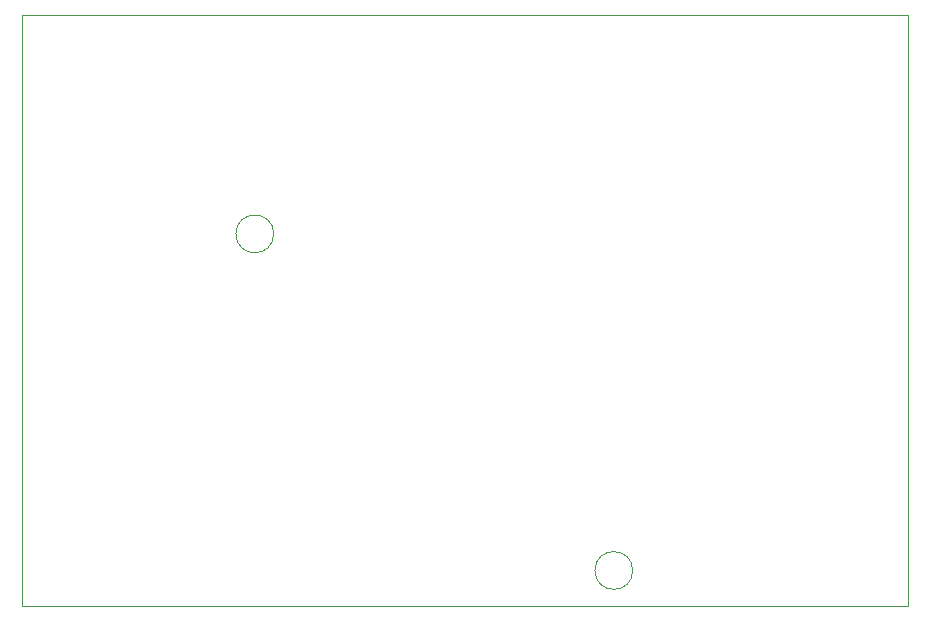
<source format=gbr>
%TF.GenerationSoftware,KiCad,Pcbnew,(5.1.10)-1*%
%TF.CreationDate,2021-10-19T15:37:20+02:00*%
%TF.ProjectId,OpenHeat,4f70656e-4865-4617-942e-6b696361645f,1.0*%
%TF.SameCoordinates,Original*%
%TF.FileFunction,Profile,NP*%
%FSLAX46Y46*%
G04 Gerber Fmt 4.6, Leading zero omitted, Abs format (unit mm)*
G04 Created by KiCad (PCBNEW (5.1.10)-1) date 2021-10-19 15:37:20*
%MOMM*%
%LPD*%
G01*
G04 APERTURE LIST*
%TA.AperFunction,Profile*%
%ADD10C,0.050000*%
%TD*%
G04 APERTURE END LIST*
D10*
X151670000Y-147000000D02*
G75*
G03*
X151670000Y-147000000I-1600000J0D01*
G01*
X121270000Y-118500000D02*
G75*
G03*
X121270000Y-118500000I-1600000J0D01*
G01*
X175000000Y-150000000D02*
X100000000Y-150000000D01*
X175000000Y-100000000D02*
X175000000Y-150000000D01*
X100000000Y-100000000D02*
X175000000Y-100000000D01*
X100000000Y-150000000D02*
X100000000Y-100000000D01*
M02*

</source>
